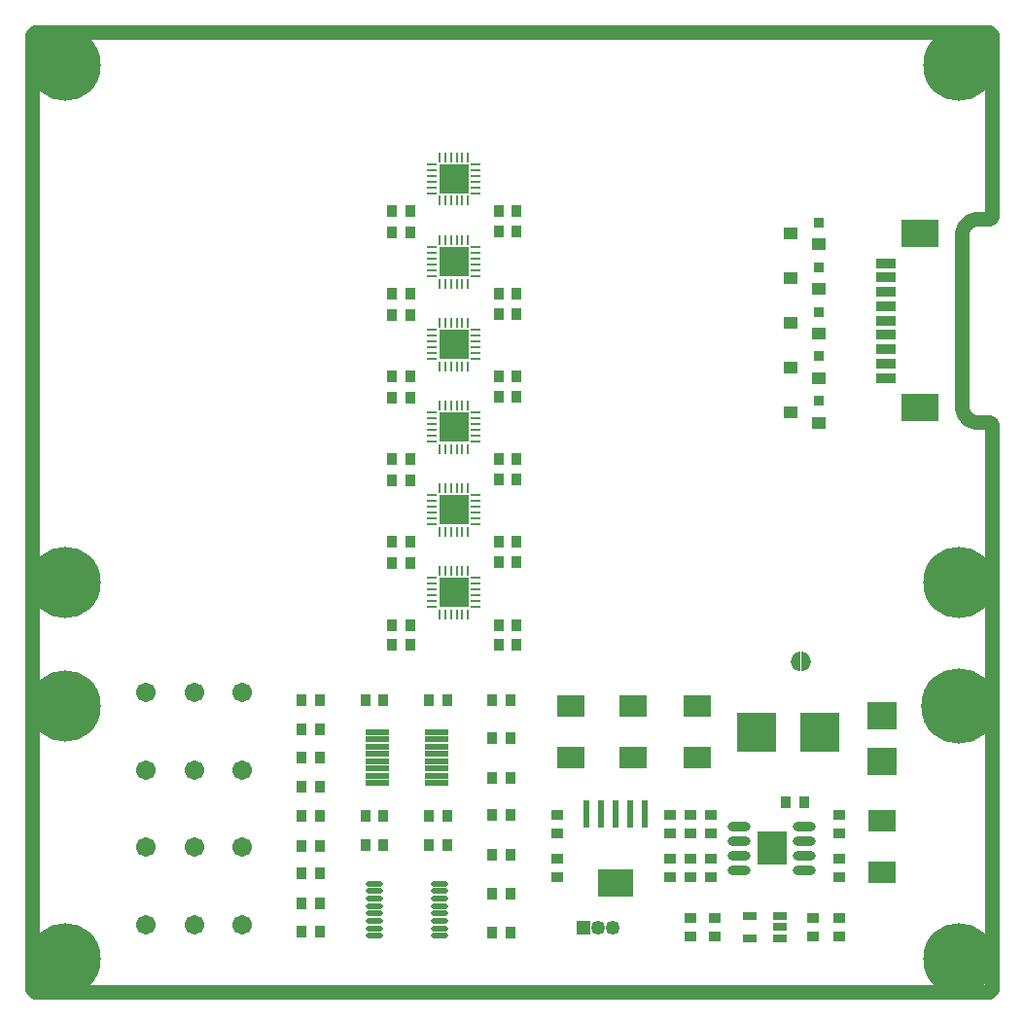
<source format=gbr>
G04*
G04 #@! TF.GenerationSoftware,Altium Limited,Altium Designer,24.1.2 (44)*
G04*
G04 Layer_Color=8388736*
%FSLAX44Y44*%
%MOMM*%
G71*
G04*
G04 #@! TF.SameCoordinates,547FC346-5DB1-4F5D-A62A-A18CB5EC7F78*
G04*
G04*
G04 #@! TF.FilePolarity,Negative*
G04*
G01*
G75*
%ADD26R,2.3622X1.8796*%
%ADD28R,3.1725X2.3455*%
%ADD29R,0.6325X2.3455*%
%ADD32R,0.9500X0.9000*%
%ADD34R,2.5000X2.5000*%
%ADD35R,0.2540X0.8048*%
%ADD36R,0.8048X0.2540*%
%ADD38R,1.7018X0.8128*%
%ADD39C,1.2700*%
%ADD40R,3.5032X3.3532*%
%ADD41C,1.7032*%
%ADD42R,0.9032X1.0032*%
%ADD43O,2.0032X0.8032*%
%ADD44R,2.5032X3.0032*%
%ADD45R,2.5032X2.4892*%
%ADD46O,1.5032X0.5532*%
%ADD47R,2.0032X0.6032*%
%ADD48R,1.1532X1.1032*%
%ADD49R,1.0032X0.9032*%
%ADD50R,1.2032X0.8032*%
%ADD51R,3.3020X2.4130*%
%ADD52R,1.2532X1.2532*%
%ADD53C,1.2532*%
%ADD54C,0.6032*%
%ADD55C,6.5532*%
%ADD56C,1.2032*%
%ADD57C,1.4032*%
%ADD58C,6.2032*%
G36*
X675222Y303401D02*
X675266Y303400D01*
X675288Y303397D01*
X675311Y303396D01*
X675354Y303387D01*
X675398Y303380D01*
X675419Y303374D01*
X675441Y303370D01*
X675484Y303355D01*
X675526Y303343D01*
X675546Y303334D01*
X675567Y303327D01*
X675608Y303307D01*
X675648Y303289D01*
X675667Y303278D01*
X675687Y303268D01*
X675724Y303243D01*
X675762Y303220D01*
X675779Y303206D01*
X675798Y303194D01*
X675831Y303164D01*
X675865Y303137D01*
X675881Y303121D01*
X675898Y303106D01*
X675927Y303072D01*
X675958Y303041D01*
X675971Y303023D01*
X675985Y303006D01*
X676010Y302969D01*
X676036Y302933D01*
X676047Y302914D01*
X676059Y302895D01*
X676079Y302855D01*
X676100Y302816D01*
X676108Y302796D01*
X676118Y302776D01*
X676133Y302733D01*
X676149Y302692D01*
X676154Y302671D01*
X676161Y302650D01*
X676170Y302606D01*
X676180Y302563D01*
X676183Y302541D01*
X676187Y302519D01*
X676190Y302474D01*
X676195Y302430D01*
X676194Y302409D01*
X676196Y302386D01*
X676196Y287614D01*
X676194Y287592D01*
X676195Y287570D01*
X676190Y287525D01*
X676187Y287481D01*
X676183Y287459D01*
X676180Y287437D01*
X676170Y287394D01*
X676161Y287350D01*
X676154Y287329D01*
X676149Y287308D01*
X676133Y287267D01*
X676118Y287224D01*
X676108Y287204D01*
X676100Y287184D01*
X676079Y287145D01*
X676059Y287105D01*
X676047Y287087D01*
X676036Y287067D01*
X676010Y287031D01*
X675985Y286994D01*
X675971Y286977D01*
X675957Y286959D01*
X675927Y286927D01*
X675898Y286894D01*
X675881Y286879D01*
X675865Y286863D01*
X675831Y286835D01*
X675797Y286806D01*
X675779Y286794D01*
X675762Y286780D01*
X675724Y286757D01*
X675687Y286732D01*
X675667Y286722D01*
X675648Y286711D01*
X675607Y286693D01*
X675567Y286673D01*
X675546Y286666D01*
X675526Y286657D01*
X675483Y286645D01*
X675441Y286630D01*
X675419Y286626D01*
X675398Y286620D01*
X675354Y286613D01*
X675311Y286604D01*
X675288Y286603D01*
X675266Y286600D01*
X675222Y286599D01*
X675178Y286596D01*
X675155Y286597D01*
X675133Y286597D01*
X675089Y286602D01*
X675045Y286604D01*
X675023Y286609D01*
X675001Y286611D01*
X674484Y286702D01*
X674480Y286703D01*
X674476Y286704D01*
X674415Y286719D01*
X674355Y286734D01*
X674351Y286735D01*
X674346Y286737D01*
X673349Y287061D01*
X673345Y287062D01*
X673341Y287064D01*
X673283Y287087D01*
X673225Y287110D01*
X673221Y287112D01*
X673217Y287114D01*
X672274Y287574D01*
X672271Y287576D01*
X672266Y287578D01*
X672212Y287609D01*
X672159Y287640D01*
X672155Y287643D01*
X672151Y287645D01*
X671282Y288231D01*
X671279Y288234D01*
X671275Y288236D01*
X671224Y288276D01*
X671177Y288313D01*
X671174Y288316D01*
X671170Y288319D01*
X670390Y289021D01*
X670387Y289024D01*
X670384Y289027D01*
X670341Y289072D01*
X670297Y289116D01*
X670295Y289119D01*
X670292Y289123D01*
X669618Y289926D01*
X669615Y289930D01*
X669612Y289933D01*
X669576Y289983D01*
X669539Y290034D01*
X669537Y290038D01*
X669534Y290041D01*
X668978Y290931D01*
X668976Y290935D01*
X668974Y290938D01*
X668945Y290993D01*
X668915Y291048D01*
X668914Y291052D01*
X668912Y291056D01*
X668485Y292015D01*
X668483Y292019D01*
X668481Y292023D01*
X668461Y292080D01*
X668439Y292139D01*
X668438Y292144D01*
X668436Y292148D01*
X668147Y293156D01*
X668146Y293160D01*
X668145Y293165D01*
X668132Y293226D01*
X668119Y293286D01*
X668119Y293291D01*
X668118Y293295D01*
X667972Y294334D01*
X667971Y294338D01*
X667971Y294343D01*
X667966Y294405D01*
X667962Y294467D01*
X667962Y294471D01*
X667962Y294476D01*
Y295524D01*
X667962Y295529D01*
X667962Y295533D01*
X667966Y295595D01*
X667971Y295657D01*
X667971Y295662D01*
X667972Y295666D01*
X668118Y296705D01*
X668119Y296709D01*
X668119Y296714D01*
X668132Y296774D01*
X668145Y296835D01*
X668146Y296840D01*
X668147Y296844D01*
X668436Y297852D01*
X668438Y297856D01*
X668439Y297861D01*
X668461Y297920D01*
X668481Y297977D01*
X668483Y297981D01*
X668485Y297985D01*
X668912Y298944D01*
X668914Y298948D01*
X668915Y298952D01*
X668945Y299007D01*
X668974Y299062D01*
X668976Y299065D01*
X668978Y299069D01*
X669534Y299959D01*
X669537Y299962D01*
X669539Y299966D01*
X669575Y300016D01*
X669612Y300067D01*
X669615Y300070D01*
X669618Y300074D01*
X670292Y300877D01*
X670295Y300880D01*
X670297Y300884D01*
X670341Y300928D01*
X670384Y300973D01*
X670387Y300976D01*
X670390Y300979D01*
X671170Y301681D01*
X671173Y301684D01*
X671177Y301687D01*
X671225Y301724D01*
X671275Y301764D01*
X671279Y301766D01*
X671282Y301769D01*
X672151Y302355D01*
X672155Y302357D01*
X672159Y302360D01*
X672213Y302391D01*
X672266Y302422D01*
X672271Y302424D01*
X672274Y302426D01*
X673217Y302886D01*
X673221Y302888D01*
X673225Y302890D01*
X673283Y302913D01*
X673341Y302936D01*
X673345Y302938D01*
X673349Y302939D01*
X674346Y303263D01*
X674351Y303264D01*
X674355Y303266D01*
X674414Y303281D01*
X674475Y303296D01*
X674480Y303297D01*
X674484Y303298D01*
X675001Y303389D01*
X675023Y303391D01*
X675045Y303396D01*
X675089Y303398D01*
X675133Y303403D01*
X675155Y303403D01*
X675178Y303404D01*
X675178D01*
X675222Y303401D01*
D02*
G37*
G36*
X677804Y303403D02*
X677827Y303403D01*
X677871Y303398D01*
X677915Y303396D01*
X677937Y303391D01*
X677959Y303389D01*
X678476Y303298D01*
X678480Y303297D01*
X678484Y303296D01*
X678545Y303281D01*
X678605Y303266D01*
X678609Y303264D01*
X678614Y303263D01*
X679611Y302939D01*
X679615Y302938D01*
X679620Y302936D01*
X679677Y302913D01*
X679735Y302890D01*
X679739Y302888D01*
X679743Y302886D01*
X680686Y302426D01*
X680689Y302424D01*
X680694Y302422D01*
X680748Y302391D01*
X680801Y302360D01*
X680805Y302357D01*
X680808Y302355D01*
X681678Y301769D01*
X681682Y301766D01*
X681685Y301764D01*
X681736Y301724D01*
X681783Y301687D01*
X681786Y301684D01*
X681790Y301681D01*
X682570Y300979D01*
X682573Y300976D01*
X682576Y300973D01*
X682619Y300928D01*
X682662Y300884D01*
X682665Y300880D01*
X682668Y300877D01*
X683342Y300074D01*
X683345Y300070D01*
X683348Y300067D01*
X683384Y300017D01*
X683421Y299966D01*
X683423Y299962D01*
X683426Y299959D01*
X683982Y299069D01*
X683984Y299065D01*
X683986Y299062D01*
X684015Y299007D01*
X684045Y298952D01*
X684046Y298948D01*
X684048Y298944D01*
X684475Y297985D01*
X684477Y297981D01*
X684479Y297977D01*
X684499Y297920D01*
X684521Y297861D01*
X684522Y297856D01*
X684524Y297852D01*
X684813Y296844D01*
X684814Y296840D01*
X684815Y296835D01*
X684828Y296774D01*
X684841Y296714D01*
X684841Y296709D01*
X684842Y296705D01*
X684988Y295666D01*
X684989Y295662D01*
X684989Y295657D01*
X684994Y295595D01*
X684998Y295533D01*
X684998Y295529D01*
X684998Y295524D01*
Y294476D01*
X684998Y294471D01*
X684998Y294467D01*
X684994Y294405D01*
X684989Y294343D01*
X684989Y294338D01*
X684988Y294334D01*
X684842Y293295D01*
X684841Y293291D01*
X684841Y293286D01*
X684828Y293226D01*
X684815Y293165D01*
X684814Y293160D01*
X684813Y293156D01*
X684524Y292148D01*
X684522Y292144D01*
X684521Y292139D01*
X684499Y292080D01*
X684479Y292023D01*
X684477Y292019D01*
X684475Y292015D01*
X684048Y291056D01*
X684046Y291052D01*
X684045Y291048D01*
X684015Y290993D01*
X683986Y290938D01*
X683984Y290935D01*
X683982Y290931D01*
X683426Y290041D01*
X683423Y290037D01*
X683421Y290034D01*
X683385Y289984D01*
X683348Y289933D01*
X683345Y289930D01*
X683342Y289926D01*
X682668Y289123D01*
X682665Y289119D01*
X682662Y289116D01*
X682619Y289072D01*
X682576Y289027D01*
X682573Y289024D01*
X682570Y289021D01*
X681790Y288319D01*
X681786Y288316D01*
X681783Y288313D01*
X681735Y288276D01*
X681685Y288236D01*
X681682Y288234D01*
X681678Y288231D01*
X680808Y287645D01*
X680805Y287643D01*
X680801Y287640D01*
X680747Y287609D01*
X680694Y287578D01*
X680689Y287576D01*
X680686Y287574D01*
X679743Y287114D01*
X679739Y287112D01*
X679735Y287110D01*
X679677Y287087D01*
X679620Y287064D01*
X679615Y287062D01*
X679611Y287061D01*
X678614Y286737D01*
X678609Y286735D01*
X678605Y286734D01*
X678546Y286719D01*
X678484Y286704D01*
X678480Y286703D01*
X678476Y286702D01*
X677959Y286611D01*
X677937Y286609D01*
X677915Y286604D01*
X677871Y286602D01*
X677827Y286597D01*
X677804Y286597D01*
X677782Y286596D01*
X677782D01*
X677738Y286599D01*
X677694Y286600D01*
X677672Y286603D01*
X677649Y286604D01*
X677606Y286613D01*
X677562Y286620D01*
X677541Y286626D01*
X677519Y286630D01*
X677476Y286645D01*
X677434Y286657D01*
X677414Y286666D01*
X677393Y286673D01*
X677353Y286693D01*
X677312Y286711D01*
X677293Y286722D01*
X677273Y286732D01*
X677236Y286757D01*
X677198Y286780D01*
X677181Y286794D01*
X677162Y286806D01*
X677129Y286836D01*
X677094Y286863D01*
X677079Y286879D01*
X677062Y286894D01*
X677033Y286928D01*
X677002Y286959D01*
X676989Y286977D01*
X676975Y286994D01*
X676950Y287031D01*
X676924Y287067D01*
X676913Y287086D01*
X676901Y287105D01*
X676881Y287145D01*
X676860Y287184D01*
X676852Y287204D01*
X676842Y287224D01*
X676827Y287267D01*
X676811Y287308D01*
X676806Y287329D01*
X676799Y287350D01*
X676790Y287394D01*
X676780Y287437D01*
X676777Y287459D01*
X676773Y287481D01*
X676770Y287526D01*
X676765Y287570D01*
X676766Y287591D01*
X676764Y287614D01*
X676764Y302386D01*
X676766Y302408D01*
X676765Y302430D01*
X676770Y302475D01*
X676773Y302519D01*
X676777Y302541D01*
X676780Y302563D01*
X676790Y302606D01*
X676799Y302650D01*
X676806Y302671D01*
X676811Y302692D01*
X676827Y302733D01*
X676842Y302776D01*
X676852Y302796D01*
X676860Y302816D01*
X676881Y302855D01*
X676901Y302895D01*
X676913Y302913D01*
X676924Y302933D01*
X676950Y302969D01*
X676975Y303006D01*
X676989Y303023D01*
X677002Y303041D01*
X677033Y303072D01*
X677062Y303106D01*
X677079Y303121D01*
X677094Y303137D01*
X677129Y303165D01*
X677162Y303194D01*
X677181Y303206D01*
X677198Y303220D01*
X677236Y303243D01*
X677273Y303268D01*
X677293Y303278D01*
X677312Y303289D01*
X677353Y303307D01*
X677393Y303327D01*
X677414Y303334D01*
X677434Y303343D01*
X677476Y303355D01*
X677519Y303370D01*
X677541Y303374D01*
X677562Y303380D01*
X677606Y303387D01*
X677650Y303396D01*
X677672Y303397D01*
X677694Y303400D01*
X677738Y303401D01*
X677782Y303404D01*
X677804Y303403D01*
D02*
G37*
D26*
X586740Y256032D02*
D03*
Y211328D02*
D03*
X476120Y256151D02*
D03*
Y211447D02*
D03*
X747061Y111760D02*
D03*
Y156464D02*
D03*
X530860Y211328D02*
D03*
Y256032D02*
D03*
D28*
X515620Y101977D02*
D03*
D29*
X490220Y162183D02*
D03*
X502920D02*
D03*
X515620D02*
D03*
X528320D02*
D03*
X541020D02*
D03*
D32*
X692484Y560536D02*
D03*
Y521644D02*
D03*
Y599428D02*
D03*
Y638320D02*
D03*
Y677211D02*
D03*
D34*
X374350Y643000D02*
D03*
Y715000D02*
D03*
Y571000D02*
D03*
Y499000D02*
D03*
Y427000D02*
D03*
Y355000D02*
D03*
D35*
X386850Y623976D02*
D03*
X381850Y623976D02*
D03*
X376850D02*
D03*
X371850D02*
D03*
X366850D02*
D03*
X361850D02*
D03*
Y662024D02*
D03*
X366850Y662024D02*
D03*
X371850D02*
D03*
X376850D02*
D03*
X381850D02*
D03*
X386850D02*
D03*
Y734024D02*
D03*
X381850D02*
D03*
X376850D02*
D03*
X371850D02*
D03*
X366850D02*
D03*
X361850D02*
D03*
Y695976D02*
D03*
X366850D02*
D03*
X371850D02*
D03*
X376850D02*
D03*
X381850D02*
D03*
X386850D02*
D03*
Y590024D02*
D03*
X381850D02*
D03*
X376850D02*
D03*
X371850D02*
D03*
X366850D02*
D03*
X361850D02*
D03*
Y551976D02*
D03*
X366850D02*
D03*
X371850D02*
D03*
X376850D02*
D03*
X381850D02*
D03*
X386850D02*
D03*
Y518024D02*
D03*
X381850D02*
D03*
X376850D02*
D03*
X371850D02*
D03*
X366850D02*
D03*
X361850D02*
D03*
Y479976D02*
D03*
X366850D02*
D03*
X371850D02*
D03*
X376850D02*
D03*
X381850D02*
D03*
X386850D02*
D03*
Y446024D02*
D03*
X381850D02*
D03*
X376850D02*
D03*
X371850D02*
D03*
X366850D02*
D03*
X361850D02*
D03*
Y407976D02*
D03*
X366850D02*
D03*
X371850D02*
D03*
X376850D02*
D03*
X381850D02*
D03*
X386850D02*
D03*
Y374024D02*
D03*
X381850D02*
D03*
X376850D02*
D03*
X371850D02*
D03*
X366850D02*
D03*
X361850D02*
D03*
Y335976D02*
D03*
X366850D02*
D03*
X371850D02*
D03*
X376850D02*
D03*
X381850D02*
D03*
X386850D02*
D03*
D36*
X355326Y630500D02*
D03*
X355326Y635500D02*
D03*
Y640500D02*
D03*
Y645500D02*
D03*
Y650500D02*
D03*
Y655500D02*
D03*
X393374D02*
D03*
X393374Y650500D02*
D03*
Y645500D02*
D03*
Y640500D02*
D03*
Y635500D02*
D03*
Y630500D02*
D03*
Y702500D02*
D03*
Y707500D02*
D03*
Y712500D02*
D03*
Y717500D02*
D03*
Y722500D02*
D03*
Y727500D02*
D03*
X355326D02*
D03*
Y722500D02*
D03*
Y717500D02*
D03*
Y712500D02*
D03*
Y707500D02*
D03*
Y702500D02*
D03*
X393374Y558500D02*
D03*
Y563500D02*
D03*
Y568500D02*
D03*
Y573500D02*
D03*
Y578500D02*
D03*
Y583500D02*
D03*
X355326D02*
D03*
Y578500D02*
D03*
Y573500D02*
D03*
Y568500D02*
D03*
Y563500D02*
D03*
Y558500D02*
D03*
X393374Y486500D02*
D03*
Y491500D02*
D03*
Y496500D02*
D03*
Y501500D02*
D03*
Y506500D02*
D03*
Y511500D02*
D03*
X355326D02*
D03*
Y506500D02*
D03*
Y501500D02*
D03*
Y496500D02*
D03*
Y491500D02*
D03*
Y486500D02*
D03*
X393374Y414500D02*
D03*
Y419500D02*
D03*
Y424500D02*
D03*
Y429500D02*
D03*
Y434500D02*
D03*
Y439500D02*
D03*
X355326D02*
D03*
Y434500D02*
D03*
Y429500D02*
D03*
Y424500D02*
D03*
Y419500D02*
D03*
Y414500D02*
D03*
X393374Y342500D02*
D03*
Y347500D02*
D03*
Y352500D02*
D03*
Y357500D02*
D03*
Y362500D02*
D03*
Y367500D02*
D03*
X355326D02*
D03*
Y362500D02*
D03*
Y357500D02*
D03*
Y352500D02*
D03*
Y347500D02*
D03*
Y342500D02*
D03*
D38*
X750955Y641752D02*
D03*
Y629252D02*
D03*
Y616752D02*
D03*
Y604252D02*
D03*
Y591752D02*
D03*
Y579252D02*
D03*
Y566752D02*
D03*
Y554252D02*
D03*
Y541752D02*
D03*
D39*
X843150Y500497D02*
X842227Y502724D01*
X840000Y503647D01*
X838000Y6850D02*
X840575Y7540D01*
X842460Y9425D01*
X843150Y12000D01*
X840000Y679908D02*
X842227Y680830D01*
X843150Y683057D01*
X12000Y843150D02*
X9425Y842460D01*
X7540Y840575D01*
X6850Y838000D01*
X843150Y838000D02*
X842460Y840575D01*
X840575Y842460D01*
X838000Y843150D01*
X6850Y12000D02*
X7540Y9425D01*
X9425Y7540D01*
X12000Y6850D01*
X828860Y679908D02*
X826223Y679610D01*
X823719Y678734D01*
X821472Y677322D01*
X819595Y675446D01*
X818184Y673199D01*
X817307Y670694D01*
X817010Y668057D01*
Y515497D02*
X817307Y512860D01*
X818184Y510356D01*
X819595Y508109D01*
X821472Y506232D01*
X823719Y504821D01*
X826223Y503944D01*
X828860Y503647D01*
X843150Y683099D02*
Y838000D01*
X12059Y6850D02*
X838000D01*
X828860Y679908D02*
X840000D01*
X6850Y12000D02*
Y837941D01*
X843150Y12042D02*
Y500497D01*
X817010Y515497D02*
Y668057D01*
X828860Y503647D02*
X840000D01*
X12000Y843150D02*
X837941D01*
D40*
X692980Y233680D02*
D03*
X637980D02*
D03*
D41*
X106600Y267627D02*
D03*
X148510Y267627D02*
D03*
X190420D02*
D03*
Y200373D02*
D03*
X148510D02*
D03*
X106600D02*
D03*
Y65866D02*
D03*
X148510D02*
D03*
X190420D02*
D03*
Y133120D02*
D03*
X148510D02*
D03*
X106600D02*
D03*
D42*
X336458Y309184D02*
D03*
X320458D02*
D03*
X663560Y172720D02*
D03*
X679560D02*
D03*
X368487Y135341D02*
D03*
X352487D02*
D03*
X313218D02*
D03*
X297218D02*
D03*
X297219Y261377D02*
D03*
X313219D02*
D03*
X368488D02*
D03*
X352488D02*
D03*
X313218Y160548D02*
D03*
X297218D02*
D03*
X352488D02*
D03*
X368488D02*
D03*
X423756Y228517D02*
D03*
X407756D02*
D03*
X407758Y160998D02*
D03*
X423758D02*
D03*
X407757Y193858D02*
D03*
X423757D02*
D03*
X423757Y261377D02*
D03*
X407757D02*
D03*
X423757Y126339D02*
D03*
X407757D02*
D03*
X423757Y58820D02*
D03*
X407757D02*
D03*
X423757Y92579D02*
D03*
X407757D02*
D03*
X257948Y160548D02*
D03*
X241948D02*
D03*
X257948Y185755D02*
D03*
X241948D02*
D03*
X257948Y210963D02*
D03*
X241948D02*
D03*
X241950Y236170D02*
D03*
X257950D02*
D03*
X257948Y261377D02*
D03*
X241948D02*
D03*
X257950Y110134D02*
D03*
X241950D02*
D03*
X257948Y59720D02*
D03*
X241948D02*
D03*
X257948Y134441D02*
D03*
X241948D02*
D03*
X241949Y84027D02*
D03*
X257949D02*
D03*
X413244Y470816D02*
D03*
X429244D02*
D03*
X413244Y686816D02*
D03*
X429244D02*
D03*
X429242Y669584D02*
D03*
X413242D02*
D03*
X413244Y614816D02*
D03*
X429244D02*
D03*
X429242Y597584D02*
D03*
X413242D02*
D03*
X413244Y542816D02*
D03*
X429244D02*
D03*
X429242Y525584D02*
D03*
X413242D02*
D03*
X429242Y453584D02*
D03*
X413242D02*
D03*
X413244Y398816D02*
D03*
X429244D02*
D03*
X429242Y381584D02*
D03*
X413242D02*
D03*
Y326814D02*
D03*
X429242D02*
D03*
Y309584D02*
D03*
X413242D02*
D03*
X320458Y614816D02*
D03*
X336458D02*
D03*
X320458Y668684D02*
D03*
X336458D02*
D03*
X320458Y542816D02*
D03*
X336458D02*
D03*
X320458Y596684D02*
D03*
X336458D02*
D03*
X320458Y524684D02*
D03*
X336458D02*
D03*
Y452684D02*
D03*
X320458D02*
D03*
Y380684D02*
D03*
X336458D02*
D03*
Y470816D02*
D03*
X320458D02*
D03*
Y398816D02*
D03*
X336458D02*
D03*
X320460Y326814D02*
D03*
X336460D02*
D03*
X320458Y686816D02*
D03*
X336458D02*
D03*
D43*
X623060Y151384D02*
D03*
Y138684D02*
D03*
Y125984D02*
D03*
Y113284D02*
D03*
X679560Y151384D02*
D03*
Y138684D02*
D03*
Y125984D02*
D03*
Y113284D02*
D03*
D44*
X651310Y132334D02*
D03*
D45*
X747061Y247957D02*
D03*
Y207957D02*
D03*
D46*
X305203Y101470D02*
D03*
Y94970D02*
D03*
Y88470D02*
D03*
Y81970D02*
D03*
Y75470D02*
D03*
Y68970D02*
D03*
Y62470D02*
D03*
Y55970D02*
D03*
X362203Y101470D02*
D03*
Y94970D02*
D03*
Y88470D02*
D03*
Y81970D02*
D03*
Y75470D02*
D03*
Y68970D02*
D03*
Y62470D02*
D03*
Y55970D02*
D03*
D47*
X359230Y233637D02*
D03*
Y227287D02*
D03*
Y220937D02*
D03*
Y214587D02*
D03*
Y208237D02*
D03*
Y201887D02*
D03*
Y195537D02*
D03*
Y189187D02*
D03*
X308176D02*
D03*
Y195537D02*
D03*
Y201887D02*
D03*
Y208237D02*
D03*
Y214587D02*
D03*
Y220937D02*
D03*
Y227287D02*
D03*
Y233637D02*
D03*
D48*
X692484Y541536D02*
D03*
X667484Y551036D02*
D03*
X692484Y502644D02*
D03*
X667484Y512144D02*
D03*
X692484Y580428D02*
D03*
X667484Y589928D02*
D03*
X692484Y619320D02*
D03*
X667484Y628820D02*
D03*
Y667711D02*
D03*
X692484Y658211D02*
D03*
D49*
X597970Y123054D02*
D03*
Y107054D02*
D03*
Y161170D02*
D03*
Y145170D02*
D03*
X562469Y107054D02*
D03*
Y123054D02*
D03*
X464820Y107054D02*
D03*
Y123054D02*
D03*
Y145169D02*
D03*
Y161169D02*
D03*
X562469Y145169D02*
D03*
Y161169D02*
D03*
X580670Y107054D02*
D03*
Y123054D02*
D03*
X709740Y107053D02*
D03*
Y123053D02*
D03*
X580670Y145170D02*
D03*
Y161170D02*
D03*
X709740Y145169D02*
D03*
Y161169D02*
D03*
X709740Y71671D02*
D03*
Y55671D02*
D03*
X687080D02*
D03*
Y71671D02*
D03*
X580670D02*
D03*
Y55671D02*
D03*
X601970Y71671D02*
D03*
Y55671D02*
D03*
D50*
X632410Y54171D02*
D03*
Y73171D02*
D03*
X657910D02*
D03*
Y63671D02*
D03*
Y54171D02*
D03*
D51*
X779955Y516252D02*
D03*
Y667252D02*
D03*
D52*
X487680Y62820D02*
D03*
D53*
X500380D02*
D03*
X513080D02*
D03*
D54*
X843526Y836646D02*
D03*
Y826646D02*
D03*
Y816646D02*
D03*
Y806646D02*
D03*
Y796646D02*
D03*
Y786646D02*
D03*
Y776646D02*
D03*
Y766646D02*
D03*
Y756646D02*
D03*
Y746646D02*
D03*
Y736646D02*
D03*
Y726646D02*
D03*
Y716646D02*
D03*
Y706646D02*
D03*
Y696646D02*
D03*
Y686646D02*
D03*
X836499Y679532D02*
D03*
X826504Y679234D02*
D03*
X818616Y673087D02*
D03*
X817386Y663163D02*
D03*
Y653163D02*
D03*
Y643163D02*
D03*
Y633163D02*
D03*
Y623163D02*
D03*
Y613163D02*
D03*
Y603163D02*
D03*
Y593163D02*
D03*
Y583163D02*
D03*
Y573163D02*
D03*
Y563163D02*
D03*
Y553163D02*
D03*
Y543163D02*
D03*
Y533163D02*
D03*
Y523163D02*
D03*
X817680Y513168D02*
D03*
X823805Y505263D02*
D03*
X833728Y504023D02*
D03*
X843375Y501389D02*
D03*
X843526Y491390D02*
D03*
Y481390D02*
D03*
Y471390D02*
D03*
Y461390D02*
D03*
Y451390D02*
D03*
Y441390D02*
D03*
Y431390D02*
D03*
Y421390D02*
D03*
Y411390D02*
D03*
Y401390D02*
D03*
Y391390D02*
D03*
Y381390D02*
D03*
Y371390D02*
D03*
Y361390D02*
D03*
Y351390D02*
D03*
Y341390D02*
D03*
Y331390D02*
D03*
Y321390D02*
D03*
Y311391D02*
D03*
Y301391D02*
D03*
Y291391D02*
D03*
Y281391D02*
D03*
Y271391D02*
D03*
Y261391D02*
D03*
Y251391D02*
D03*
Y241391D02*
D03*
Y231391D02*
D03*
Y221391D02*
D03*
Y211391D02*
D03*
Y201391D02*
D03*
Y191391D02*
D03*
Y181391D02*
D03*
Y171391D02*
D03*
Y161391D02*
D03*
Y151391D02*
D03*
Y141391D02*
D03*
Y131391D02*
D03*
Y121391D02*
D03*
Y111391D02*
D03*
Y101391D02*
D03*
Y91391D02*
D03*
Y81391D02*
D03*
Y71391D02*
D03*
Y61391D02*
D03*
Y51391D02*
D03*
Y41391D02*
D03*
Y31391D02*
D03*
Y21391D02*
D03*
X843451Y11391D02*
D03*
X834744Y6474D02*
D03*
X824744D02*
D03*
X814744D02*
D03*
X804744D02*
D03*
X794744D02*
D03*
X784744D02*
D03*
X774744D02*
D03*
X764744D02*
D03*
X754744D02*
D03*
X744744D02*
D03*
X734744D02*
D03*
X724744D02*
D03*
X714744D02*
D03*
X704744D02*
D03*
X694744D02*
D03*
X684744D02*
D03*
X674744D02*
D03*
X664744D02*
D03*
X654744D02*
D03*
X644744D02*
D03*
X634744D02*
D03*
X624744D02*
D03*
X614744D02*
D03*
X604744D02*
D03*
X594744D02*
D03*
X584744D02*
D03*
X574744D02*
D03*
X564744D02*
D03*
X554744D02*
D03*
X544744D02*
D03*
X534744D02*
D03*
X524744D02*
D03*
X514744D02*
D03*
X504744D02*
D03*
X494744D02*
D03*
X484744D02*
D03*
X474744D02*
D03*
X464744D02*
D03*
X454744D02*
D03*
X444744D02*
D03*
X434744D02*
D03*
X424744D02*
D03*
X414744D02*
D03*
X404745D02*
D03*
X394745D02*
D03*
X384745D02*
D03*
X374745D02*
D03*
X364745D02*
D03*
X354745D02*
D03*
X344745D02*
D03*
X334745D02*
D03*
X324745D02*
D03*
X314745D02*
D03*
X304745D02*
D03*
X294745D02*
D03*
X284745D02*
D03*
X274745D02*
D03*
X264745D02*
D03*
X254745D02*
D03*
X244745D02*
D03*
X234745D02*
D03*
X224745D02*
D03*
X214745D02*
D03*
X204745D02*
D03*
X194745D02*
D03*
X184745D02*
D03*
X174745D02*
D03*
X164745D02*
D03*
X154745D02*
D03*
X144745D02*
D03*
X134745D02*
D03*
X124745D02*
D03*
X114745D02*
D03*
X104745D02*
D03*
X94745D02*
D03*
X84745D02*
D03*
X74745D02*
D03*
X64745D02*
D03*
X54745D02*
D03*
X44745D02*
D03*
X34745D02*
D03*
X24745D02*
D03*
X14745D02*
D03*
X6474Y12095D02*
D03*
Y22095D02*
D03*
Y32095D02*
D03*
Y42095D02*
D03*
Y52095D02*
D03*
Y62095D02*
D03*
Y72095D02*
D03*
Y82095D02*
D03*
Y92094D02*
D03*
Y102094D02*
D03*
Y112094D02*
D03*
Y122094D02*
D03*
Y132094D02*
D03*
Y142094D02*
D03*
Y152094D02*
D03*
Y162094D02*
D03*
Y172094D02*
D03*
Y182094D02*
D03*
Y192094D02*
D03*
Y202094D02*
D03*
Y212094D02*
D03*
Y222094D02*
D03*
Y232094D02*
D03*
Y242094D02*
D03*
Y252094D02*
D03*
Y262094D02*
D03*
Y272094D02*
D03*
Y282094D02*
D03*
Y292094D02*
D03*
Y302094D02*
D03*
Y312094D02*
D03*
Y322094D02*
D03*
Y332094D02*
D03*
Y342094D02*
D03*
Y352094D02*
D03*
Y362094D02*
D03*
Y372094D02*
D03*
Y382094D02*
D03*
Y392094D02*
D03*
Y402094D02*
D03*
Y412094D02*
D03*
Y422094D02*
D03*
Y432094D02*
D03*
Y442094D02*
D03*
Y452094D02*
D03*
Y462094D02*
D03*
Y472094D02*
D03*
Y482094D02*
D03*
Y492094D02*
D03*
Y502094D02*
D03*
Y512094D02*
D03*
Y522094D02*
D03*
Y532094D02*
D03*
Y542094D02*
D03*
Y552094D02*
D03*
Y562094D02*
D03*
Y572094D02*
D03*
Y582094D02*
D03*
Y592094D02*
D03*
Y602094D02*
D03*
Y612094D02*
D03*
Y622094D02*
D03*
Y632094D02*
D03*
Y642093D02*
D03*
Y652093D02*
D03*
Y662093D02*
D03*
Y672093D02*
D03*
Y682093D02*
D03*
Y692093D02*
D03*
Y702093D02*
D03*
Y712093D02*
D03*
Y722093D02*
D03*
Y732093D02*
D03*
Y742093D02*
D03*
Y752093D02*
D03*
Y762093D02*
D03*
Y772093D02*
D03*
Y782093D02*
D03*
Y792093D02*
D03*
Y802093D02*
D03*
Y812093D02*
D03*
Y822093D02*
D03*
Y832093D02*
D03*
X8143Y841953D02*
D03*
X18018Y843526D02*
D03*
X28018D02*
D03*
X38018D02*
D03*
X48018D02*
D03*
X58018D02*
D03*
X68018D02*
D03*
X78018D02*
D03*
X88018D02*
D03*
X98018D02*
D03*
X108018D02*
D03*
X118018D02*
D03*
X128018D02*
D03*
X138018D02*
D03*
X148018D02*
D03*
X158018D02*
D03*
X168018D02*
D03*
X178018D02*
D03*
X188018D02*
D03*
X198018D02*
D03*
X208018D02*
D03*
X218018D02*
D03*
X228018D02*
D03*
X238018D02*
D03*
X248018D02*
D03*
X258018D02*
D03*
X268018D02*
D03*
X278018D02*
D03*
X288018D02*
D03*
X298018D02*
D03*
X308018D02*
D03*
X318018D02*
D03*
X328018D02*
D03*
X338018D02*
D03*
X348018D02*
D03*
X358018D02*
D03*
X368018D02*
D03*
X378018D02*
D03*
X388018D02*
D03*
X398018D02*
D03*
X408018D02*
D03*
X418018D02*
D03*
X428018D02*
D03*
X438018D02*
D03*
X448018D02*
D03*
X458018D02*
D03*
X468018D02*
D03*
X478018D02*
D03*
X488018D02*
D03*
X498017D02*
D03*
X508017D02*
D03*
X518017D02*
D03*
X528017D02*
D03*
X538017D02*
D03*
X548017D02*
D03*
X558017D02*
D03*
X568017D02*
D03*
X578017D02*
D03*
X588017D02*
D03*
X598017D02*
D03*
X608017D02*
D03*
X618017D02*
D03*
X628017D02*
D03*
X638017D02*
D03*
X648017D02*
D03*
X658017D02*
D03*
X668017D02*
D03*
X678017D02*
D03*
X688017D02*
D03*
X698017D02*
D03*
X708017D02*
D03*
X718017D02*
D03*
X728017D02*
D03*
X738017D02*
D03*
X748017D02*
D03*
X758017D02*
D03*
X768017D02*
D03*
X778017D02*
D03*
X788017D02*
D03*
X798017D02*
D03*
X808017D02*
D03*
X818017D02*
D03*
X828017D02*
D03*
X838017Y843529D02*
D03*
D55*
X814477Y256000D02*
D03*
D56*
X805729Y277120D02*
D03*
X793357Y247252D02*
D03*
X823225Y234880D02*
D03*
X835597Y264748D02*
D03*
X823225Y277120D02*
D03*
X793357Y264748D02*
D03*
X805729Y234880D02*
D03*
X835597Y247252D02*
D03*
D57*
X835120Y822748D02*
D03*
X805252Y835120D02*
D03*
X792880Y44748D02*
D03*
X822748Y57120D02*
D03*
X835120Y355252D02*
D03*
X822748Y14880D02*
D03*
X805252Y57120D02*
D03*
X835120Y44748D02*
D03*
X792880Y27252D02*
D03*
X805252Y342880D02*
D03*
X792880Y372748D02*
D03*
X822748Y385120D02*
D03*
X835120Y372748D02*
D03*
X822748Y342880D02*
D03*
X57120Y372748D02*
D03*
X44748Y342880D02*
D03*
X14880Y355252D02*
D03*
X27252Y385120D02*
D03*
X792880Y355252D02*
D03*
X805252Y385120D02*
D03*
X835120Y805252D02*
D03*
X805252Y792880D02*
D03*
X792880Y822748D02*
D03*
X822748Y835120D02*
D03*
Y792880D02*
D03*
X792880Y805252D02*
D03*
X57120D02*
D03*
X27252Y792880D02*
D03*
X14880Y822748D02*
D03*
X44748Y835120D02*
D03*
X57120Y822748D02*
D03*
X44748Y792880D02*
D03*
X14880Y805252D02*
D03*
X27252Y835120D02*
D03*
X57120Y355252D02*
D03*
X27252Y342880D02*
D03*
X14880Y372748D02*
D03*
X44748Y385120D02*
D03*
X805252Y14880D02*
D03*
X44748Y14880D02*
D03*
X57120Y247252D02*
D03*
X57120Y44748D02*
D03*
X835120Y27252D02*
D03*
X14880Y264748D02*
D03*
X14880Y27252D02*
D03*
X44748Y234880D02*
D03*
X57120Y264748D02*
D03*
X44748Y277120D02*
D03*
X27252Y277120D02*
D03*
Y234880D02*
D03*
X44748Y57120D02*
D03*
X57120Y27252D02*
D03*
X27252Y14880D02*
D03*
Y57120D02*
D03*
X14880Y44748D02*
D03*
X14880Y247252D02*
D03*
D58*
X36000Y256000D02*
D03*
Y36000D02*
D03*
X814000D02*
D03*
Y364000D02*
D03*
Y814000D02*
D03*
X36000D02*
D03*
Y364000D02*
D03*
M02*

</source>
